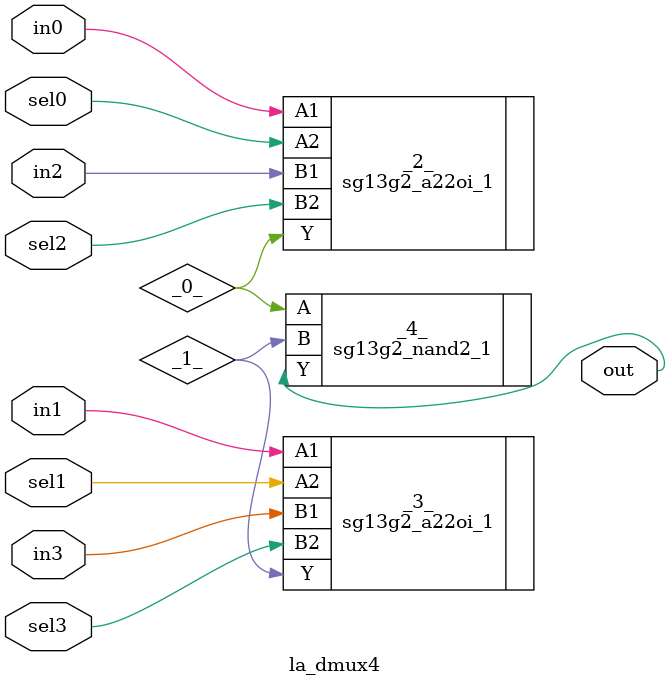
<source format=v>

/* Generated by Yosys 0.44 (git sha1 80ba43d26, g++ 11.4.0-1ubuntu1~22.04 -fPIC -O3) */

(* top =  1  *)
(* src = "generated" *)
module la_dmux4 (
    sel3,
    sel2,
    sel1,
    sel0,
    in3,
    in2,
    in1,
    in0,
    out
);
  wire _0_;
  wire _1_;
  (* src = "generated" *)
  input in0;
  wire in0;
  (* src = "generated" *)
  input in1;
  wire in1;
  (* src = "generated" *)
  input in2;
  wire in2;
  (* src = "generated" *)
  input in3;
  wire in3;
  (* src = "generated" *)
  output out;
  wire out;
  (* src = "generated" *)
  input sel0;
  wire sel0;
  (* src = "generated" *)
  input sel1;
  wire sel1;
  (* src = "generated" *)
  input sel2;
  wire sel2;
  (* src = "generated" *)
  input sel3;
  wire sel3;
  sg13g2_a22oi_1 _2_ (
      .A1(in0),
      .A2(sel0),
      .B1(in2),
      .B2(sel2),
      .Y (_0_)
  );
  sg13g2_a22oi_1 _3_ (
      .A1(in1),
      .A2(sel1),
      .B1(in3),
      .B2(sel3),
      .Y (_1_)
  );
  sg13g2_nand2_1 _4_ (
      .A(_0_),
      .B(_1_),
      .Y(out)
  );
endmodule

</source>
